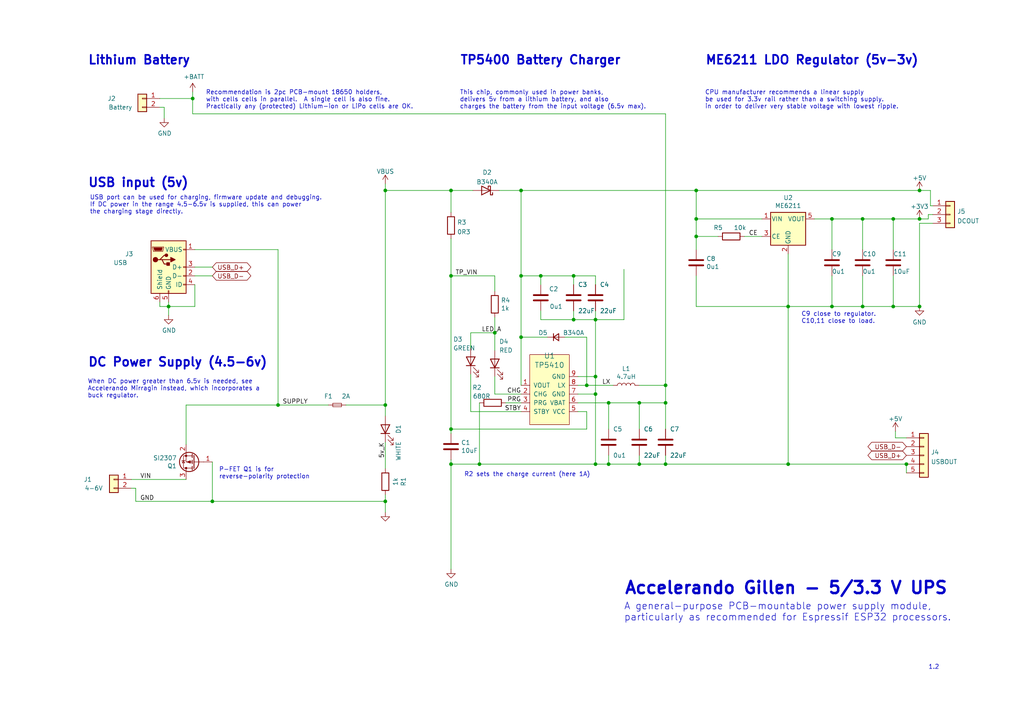
<source format=kicad_sch>
(kicad_sch (version 20211123) (generator eeschema)
  (paper "A4")
  (lib_symbols
    (symbol "+3V3_1" (power) (pin_names (offset 0))
      (property "Value" "+3V3_1" (at 0 3.556 0))
      (symbol "+3V3_1_0_1"
        (polyline (pts (xy -0.762 1.27) (xy 0 2.54)))
        (polyline (pts (xy 0 0) (xy 0 2.54)))
        (polyline (pts (xy 0 2.54) (xy 0.762 1.27)))
      )
      (symbol "+3V3_1_1_1"
        (pin power_in line (at 0 0 90) (length 0) hide (name "+3V3") (number "1"))
      )
    )
    (symbol "Accelerando:ME6211" (pin_names (offset 0.254))
      (property "Reference" "U" (at -5.08 5.715 0))
      (property "Value" "Accelerando_ME6211" (at 0 5.715 0))
      (symbol "ME6211_0_1"
        (rectangle (start -5.08 4.445) (end 5.08 -5.08) (stroke (width 0.254)) (fill (type background)))
      )
      (symbol "ME6211_1_1"
        (pin power_in line (at -7.62 2.54 0) (length 2.54) (name "VIN") (number "1"))
        (pin power_in line (at 0 -7.62 90) (length 2.54) (name "GND") (number "2"))
        (pin input line (at -7.62 -2.54 0) (length 2.54) (name "CE") (number "3"))
        (pin no_connect line (at 7.62 -2.54 180) (length 2.54) hide (name "NC") (number "4"))
        (pin power_out line (at 7.62 2.54 180) (length 2.54) (name "VOUT") (number "5"))
      )
    )
    (symbol "Accelerando:TP5410" (pin_names (offset 1.016))
      (property "Reference" "U" (at 2.54 10.16 0))
      (property "Value" "TP5410" (at 7.62 7.62 0))
      (symbol "TP5410_0_1"
        (rectangle (start 1.27 11.43) (end 12.7 -8.89) (fill (type background)))
      )
      (symbol "TP5410_1_1"
        (pin power_out line (at -1.27 2.54 0) (length 2.54) (name "VOUT") (number "1"))
        (pin input line (at -1.27 0 0) (length 2.54) (name "CHG") (number "2"))
        (pin input line (at -1.27 -2.54 0) (length 2.54) (name "PRG") (number "3"))
        (pin input line (at -1.27 -5.08 0) (length 2.54) (name "STBY") (number "4"))
        (pin power_in line (at 15.24 -5.08 180) (length 2.54) (name "VCC") (number "5"))
        (pin input line (at 15.24 -2.54 180) (length 2.54) (name "VBAT") (number "6"))
        (pin power_in line (at 15.24 0 180) (length 2.54) (name "GND") (number "7"))
        (pin input line (at 15.24 2.54 180) (length 2.54) (name "LX") (number "8"))
        (pin power_in line (at 15.24 5.08 180) (length 2.54) (name "GND") (number "9"))
      )
    )
    (symbol "Connector:USB_B_Micro" (pin_names (offset 1.016))
      (property "Reference" "J" (at -5.08 11.43 0))
      (property "Value" "Connector_USB_B_Micro" (at -5.08 8.89 0))
      (symbol "USB_B_Micro_0_1"
        (rectangle (start -5.08 -7.62) (end 5.08 7.62) (stroke (width 0.254)) (fill (type background)))
        (circle (center -3.81 2.159) (radius 0.635) (stroke (width 0.254)) (fill (type outline)))
        (circle (center -0.635 3.429) (radius 0.381) (stroke (width 0.254)) (fill (type outline)))
        (rectangle (start -0.127 -7.62) (end 0.127 -6.858))
        (polyline (pts (xy -1.905 2.159) (xy 0.635 2.159)) (stroke (width 0.254)))
        (polyline (pts (xy -3.175 2.159) (xy -2.54 2.159) (xy -1.27 3.429) (xy -0.635 3.429)) (stroke (width 0.254)))
        (polyline (pts (xy -2.54 2.159) (xy -1.905 2.159) (xy -1.27 0.889) (xy 0 0.889)) (stroke (width 0.254)))
        (polyline (pts (xy 0.635 2.794) (xy 0.635 1.524) (xy 1.905 2.159) (xy 0.635 2.794)) (stroke (width 0.254)) (fill (type outline)))
        (polyline (pts (xy -4.318 5.588) (xy -1.778 5.588) (xy -2.032 4.826) (xy -4.064 4.826) (xy -4.318 5.588)) (fill (type outline)))
        (polyline (pts (xy -4.699 5.842) (xy -4.699 5.588) (xy -4.445 4.826) (xy -4.445 4.572) (xy -1.651 4.572) (xy -1.651 4.826) (xy -1.397 5.588) (xy -1.397 5.842) (xy -4.699 5.842)))
        (rectangle (start 0.254 1.27) (end -0.508 0.508) (stroke (width 0.254)) (fill (type outline)))
        (rectangle (start 5.08 -5.207) (end 4.318 -4.953))
        (rectangle (start 5.08 -2.667) (end 4.318 -2.413))
        (rectangle (start 5.08 -0.127) (end 4.318 0.127))
        (rectangle (start 5.08 4.953) (end 4.318 5.207))
      )
      (symbol "USB_B_Micro_1_1"
        (pin power_out line (at 7.62 5.08 180) (length 2.54) (name "VBUS") (number "1"))
        (pin bidirectional line (at 7.62 -2.54 180) (length 2.54) (name "D-") (number "2"))
        (pin bidirectional line (at 7.62 0 180) (length 2.54) (name "D+") (number "3"))
        (pin passive line (at 7.62 -5.08 180) (length 2.54) (name "ID") (number "4"))
        (pin power_out line (at 0 -10.16 90) (length 2.54) (name "GND") (number "5"))
        (pin passive line (at -2.54 -10.16 90) (length 2.54) (name "Shield") (number "6"))
      )
    )
    (symbol "Connector_Generic:Conn_01x02" (pin_names (offset 1.016) hide)
      (property "Reference" "J" (at 0 2.54 0))
      (property "Value" "Conn_01x02" (at 0 -5.08 0))
      (symbol "Conn_01x02_1_1"
        (rectangle (start -1.27 -2.413) (end 0 -2.667) (stroke (width 0.1524)))
        (rectangle (start -1.27 0.127) (end 0 -0.127) (stroke (width 0.1524)))
        (rectangle (start -1.27 1.27) (end 1.27 -3.81) (stroke (width 0.254)) (fill (type background)))
        (pin passive line (at -5.08 0 0) (length 3.81) (name "Pin_1") (number "1"))
        (pin passive line (at -5.08 -2.54 0) (length 3.81) (name "Pin_2") (number "2"))
      )
    )
    (symbol "Connector_Generic:Conn_01x03" (pin_names (offset 1.016) hide)
      (property "Reference" "J" (at 0 5.08 0))
      (property "Value" "Conn_01x03" (at 0 -5.08 0))
      (symbol "Conn_01x03_1_1"
        (rectangle (start -1.27 -2.413) (end 0 -2.667) (stroke (width 0.1524)))
        (rectangle (start -1.27 0.127) (end 0 -0.127) (stroke (width 0.1524)))
        (rectangle (start -1.27 2.667) (end 0 2.413) (stroke (width 0.1524)))
        (rectangle (start -1.27 3.81) (end 1.27 -3.81) (stroke (width 0.254)) (fill (type background)))
        (pin passive line (at -5.08 2.54 0) (length 3.81) (name "Pin_1") (number "1"))
        (pin passive line (at -5.08 0 0) (length 3.81) (name "Pin_2") (number "2"))
        (pin passive line (at -5.08 -2.54 0) (length 3.81) (name "Pin_3") (number "3"))
      )
    )
    (symbol "Connector_Generic:Conn_01x05" (pin_names (offset 1.016) hide)
      (property "Reference" "J" (at 0 7.62 0))
      (property "Value" "Conn_01x05" (at 0 -7.62 0))
      (symbol "Conn_01x05_1_1"
        (rectangle (start -1.27 -4.953) (end 0 -5.207) (stroke (width 0.1524)))
        (rectangle (start -1.27 -2.413) (end 0 -2.667) (stroke (width 0.1524)))
        (rectangle (start -1.27 0.127) (end 0 -0.127) (stroke (width 0.1524)))
        (rectangle (start -1.27 2.667) (end 0 2.413) (stroke (width 0.1524)))
        (rectangle (start -1.27 5.207) (end 0 4.953) (stroke (width 0.1524)))
        (rectangle (start -1.27 6.35) (end 1.27 -6.35) (stroke (width 0.254)) (fill (type background)))
        (pin passive line (at -5.08 5.08 0) (length 3.81) (name "Pin_1") (number "1"))
        (pin passive line (at -5.08 2.54 0) (length 3.81) (name "Pin_2") (number "2"))
        (pin passive line (at -5.08 0 0) (length 3.81) (name "Pin_3") (number "3"))
        (pin passive line (at -5.08 -2.54 0) (length 3.81) (name "Pin_4") (number "4"))
        (pin passive line (at -5.08 -5.08 0) (length 3.81) (name "Pin_5") (number "5"))
      )
    )
    (symbol "Device:C" (pin_numbers hide) (pin_names (offset 0.254))
      (property "Reference" "C" (at 0.635 2.54 0))
      (property "Value" "Device_C" (at 0.635 -2.54 0))
      (symbol "C_0_1"
        (polyline (pts (xy -2.032 -0.762) (xy 2.032 -0.762)) (stroke (width 0.508)))
        (polyline (pts (xy -2.032 0.762) (xy 2.032 0.762)) (stroke (width 0.508)))
      )
      (symbol "C_1_1"
        (pin passive line (at 0 3.81 270) (length 2.794) (name "~") (number "1"))
        (pin passive line (at 0 -3.81 90) (length 2.794) (name "~") (number "2"))
      )
    )
    (symbol "Device:D_Schottky" (pin_numbers hide) (pin_names (offset 1.016) hide)
      (property "Reference" "D" (at 0 2.54 0))
      (property "Value" "D_Schottky" (at 0 -2.54 0))
      (symbol "D_Schottky_0_1"
        (polyline (pts (xy 1.27 0) (xy -1.27 0)))
        (polyline (pts (xy 1.27 1.27) (xy 1.27 -1.27) (xy -1.27 0) (xy 1.27 1.27)) (stroke (width 0.254)))
        (polyline (pts (xy -1.905 0.635) (xy -1.905 1.27) (xy -1.27 1.27) (xy -1.27 -1.27) (xy -0.635 -1.27) (xy -0.635 -0.635)) (stroke (width 0.254)))
      )
      (symbol "D_Schottky_1_1"
        (pin passive line (at -3.81 0 0) (length 2.54) (name "K") (number "1"))
        (pin passive line (at 3.81 0 180) (length 2.54) (name "A") (number "2"))
      )
    )
    (symbol "Device:D_Small" (pin_numbers hide) (pin_names (offset 0.254) hide)
      (property "Reference" "D" (at -1.27 2.032 0))
      (property "Value" "Device_D_Small" (at -3.81 -2.032 0))
      (symbol "D_Small_0_1"
        (polyline (pts (xy -0.762 -1.016) (xy -0.762 1.016)) (stroke (width 0.254)))
        (polyline (pts (xy -0.762 0) (xy 0.762 0)))
        (polyline (pts (xy 0.762 -1.016) (xy -0.762 0) (xy 0.762 1.016) (xy 0.762 -1.016)) (stroke (width 0.254)))
      )
      (symbol "D_Small_1_1"
        (pin passive line (at -2.54 0 0) (length 1.778) (name "K") (number "1"))
        (pin passive line (at 2.54 0 180) (length 1.778) (name "A") (number "2"))
      )
    )
    (symbol "Device:Fuse_Small" (pin_numbers hide) (pin_names (offset 0.254) hide)
      (property "Reference" "F" (at 0 -1.524 0))
      (property "Value" "Device_Fuse_Small" (at 0 1.524 0))
      (symbol "Fuse_Small_0_1"
        (rectangle (start -1.27 0.508) (end 1.27 -0.508))
        (polyline (pts (xy -1.27 0) (xy 1.27 0)))
      )
      (symbol "Fuse_Small_1_1"
        (pin passive line (at -2.54 0 0) (length 1.27) (name "~") (number "1"))
        (pin passive line (at 2.54 0 180) (length 1.27) (name "~") (number "2"))
      )
    )
    (symbol "Device:L" (pin_numbers hide) (pin_names (offset 1.016) hide)
      (property "Reference" "L" (at -1.27 0 90))
      (property "Value" "Device_L" (at 1.905 0 90))
      (symbol "L_0_1"
        (arc (start 0 -2.54) (mid 0.635 -1.905) (end 0 -1.27))
        (arc (start 0 -1.27) (mid 0.635 -0.635) (end 0 0))
        (arc (start 0 0) (mid 0.635 0.635) (end 0 1.27))
        (arc (start 0 1.27) (mid 0.635 1.905) (end 0 2.54))
      )
      (symbol "L_1_1"
        (pin passive line (at 0 3.81 270) (length 1.27) (name "1") (number "1"))
        (pin passive line (at 0 -3.81 90) (length 1.27) (name "2") (number "2"))
      )
    )
    (symbol "Device:LED" (pin_numbers hide) (pin_names (offset 1.016) hide)
      (property "Reference" "D" (at 0 2.54 0))
      (property "Value" "Device_LED" (at 0 -2.54 0))
      (symbol "LED_0_1"
        (polyline (pts (xy -1.27 -1.27) (xy -1.27 1.27)) (stroke (width 0.254)))
        (polyline (pts (xy -1.27 0) (xy 1.27 0)))
        (polyline (pts (xy 1.27 -1.27) (xy 1.27 1.27) (xy -1.27 0) (xy 1.27 -1.27)) (stroke (width 0.254)))
        (polyline (pts (xy -3.048 -0.762) (xy -4.572 -2.286) (xy -3.81 -2.286) (xy -4.572 -2.286) (xy -4.572 -1.524)))
        (polyline (pts (xy -1.778 -0.762) (xy -3.302 -2.286) (xy -2.54 -2.286) (xy -3.302 -2.286) (xy -3.302 -1.524)))
      )
      (symbol "LED_1_1"
        (pin passive line (at -3.81 0 0) (length 2.54) (name "K") (number "1"))
        (pin passive line (at 3.81 0 180) (length 2.54) (name "A") (number "2"))
      )
    )
    (symbol "Device:Q_PMOS_GSD" (pin_names (offset 0) hide)
      (property "Reference" "Q" (at 5.08 1.27 0))
      (property "Value" "Q_PMOS_GSD" (at 5.08 -1.27 0))
      (symbol "Q_PMOS_GSD_0_1"
        (polyline (pts (xy 0.254 0) (xy -2.54 0)))
        (polyline (pts (xy 0.254 1.905) (xy 0.254 -1.905)) (stroke (width 0.254)))
        (polyline (pts (xy 0.762 -1.27) (xy 0.762 -2.286)) (stroke (width 0.254)))
        (polyline (pts (xy 0.762 0.508) (xy 0.762 -0.508)) (stroke (width 0.254)))
        (polyline (pts (xy 0.762 2.286) (xy 0.762 1.27)) (stroke (width 0.254)))
        (polyline (pts (xy 2.54 2.54) (xy 2.54 1.778)))
        (polyline (pts (xy 2.54 -2.54) (xy 2.54 0) (xy 0.762 0)))
        (polyline (pts (xy 0.762 1.778) (xy 3.302 1.778) (xy 3.302 -1.778) (xy 0.762 -1.778)))
        (polyline (pts (xy 2.286 0) (xy 1.27 0.381) (xy 1.27 -0.381) (xy 2.286 0)) (fill (type outline)))
        (polyline (pts (xy 2.794 -0.508) (xy 2.921 -0.381) (xy 3.683 -0.381) (xy 3.81 -0.254)))
        (polyline (pts (xy 3.302 -0.381) (xy 2.921 0.254) (xy 3.683 0.254) (xy 3.302 -0.381)))
        (circle (center 1.651 0) (radius 2.794) (stroke (width 0.254)))
        (circle (center 2.54 -1.778) (radius 0.254) (fill (type outline)))
        (circle (center 2.54 1.778) (radius 0.254) (fill (type outline)))
      )
      (symbol "Q_PMOS_GSD_1_1"
        (pin input line (at -5.08 0 0) (length 2.54) (name "G") (number "1"))
        (pin passive line (at 2.54 -5.08 90) (length 2.54) (name "S") (number "2"))
        (pin passive line (at 2.54 5.08 270) (length 2.54) (name "D") (number "3"))
      )
    )
    (symbol "Device:R" (pin_numbers hide) (pin_names (offset 0))
      (property "Reference" "R" (at 2.032 0 90))
      (property "Value" "Device_R" (at 0 0 90))
      (symbol "R_0_1"
        (rectangle (start -1.016 -2.54) (end 1.016 2.54) (stroke (width 0.254)))
      )
      (symbol "R_1_1"
        (pin passive line (at 0 3.81 270) (length 1.27) (name "~") (number "1"))
        (pin passive line (at 0 -3.81 90) (length 1.27) (name "~") (number "2"))
      )
    )
    (symbol "GND_1" (power) (pin_names (offset 0))
      (property "Value" "GND_1" (at 0 -3.81 0))
      (symbol "GND_1_0_1"
        (polyline (pts (xy 0 0) (xy 0 -1.27) (xy 1.27 -1.27) (xy 0 -2.54) (xy -1.27 -1.27) (xy 0 -1.27)))
      )
      (symbol "GND_1_1_1"
        (pin power_in line (at 0 0 270) (length 0) hide (name "GND") (number "1"))
      )
    )
    (symbol "R_1" (pin_numbers hide) (pin_names (offset 0))
      (property "Reference" "R" (at 2.032 0 90))
      (property "Value" "R_1" (at 0 0 90))
      (symbol "R_1_0_1"
        (rectangle (start -1.016 -2.54) (end 1.016 2.54) (stroke (width 0.254)))
      )
      (symbol "R_1_1_1"
        (pin passive line (at 0 3.81 270) (length 1.27) (name "~") (number "1"))
        (pin passive line (at 0 -3.81 90) (length 1.27) (name "~") (number "2"))
      )
    )
    (symbol "power:+5V" (power) (pin_names (offset 0))
      (property "Value" "+5V" (at 0 3.556 0))
      (symbol "+5V_0_1"
        (polyline (pts (xy -0.762 1.27) (xy 0 2.54)))
        (polyline (pts (xy 0 0) (xy 0 2.54)))
        (polyline (pts (xy 0 2.54) (xy 0.762 1.27)))
      )
      (symbol "+5V_1_1"
        (pin power_in line (at 0 0 90) (length 0) hide (name "+5V") (number "1"))
      )
    )
    (symbol "power:+BATT" (power) (pin_names (offset 0))
      (property "Value" "power_+BATT" (at 0 3.556 0))
      (symbol "+BATT_0_1"
        (polyline (pts (xy -0.762 1.27) (xy 0 2.54)))
        (polyline (pts (xy 0 0) (xy 0 2.54)))
        (polyline (pts (xy 0 2.54) (xy 0.762 1.27)))
      )
      (symbol "+BATT_1_1"
        (pin power_in line (at 0 0 90) (length 0) hide (name "+BATT") (number "1"))
      )
    )
    (symbol "power:GND" (power) (pin_names (offset 0))
      (property "Value" "power_GND" (at 0 -3.81 0))
      (symbol "GND_0_1"
        (polyline (pts (xy 0 0) (xy 0 -1.27) (xy 1.27 -1.27) (xy 0 -2.54) (xy -1.27 -1.27) (xy 0 -1.27)))
      )
      (symbol "GND_1_1"
        (pin power_in line (at 0 0 270) (length 0) hide (name "GND") (number "1"))
      )
    )
    (symbol "power:VBUS" (power) (pin_names (offset 0))
      (property "Value" "VBUS" (at 0 3.81 0))
      (symbol "VBUS_0_1"
        (polyline (pts (xy -0.762 1.27) (xy 0 2.54)))
        (polyline (pts (xy 0 0) (xy 0 2.54)))
        (polyline (pts (xy 0 2.54) (xy 0.762 1.27)))
      )
      (symbol "VBUS_1_1"
        (pin power_in line (at 0 0 90) (length 0) hide (name "VBUS") (number "1"))
      )
    )
  )
  (junction (at 48.895 88.9))
  (junction (at 130.81 80.01))
  (junction (at 228.6 88.9))
  (junction (at 156.845 80.01))
  (junction (at 61.595 145.415))
  (junction (at 143.51 96.52))
  (junction (at 193.04 111.76))
  (junction (at 193.04 116.84))
  (junction (at 130.81 134.62))
  (junction (at 130.81 55.245))
  (junction (at 250.19 63.5))
  (junction (at 241.3 63.5))
  (junction (at 166.37 80.01))
  (junction (at 170.18 111.76))
  (junction (at 266.7 55.245))
  (junction (at 201.93 63.5))
  (junction (at 266.7 63.5))
  (junction (at 172.72 109.22))
  (junction (at 176.53 116.84))
  (junction (at 259.08 63.5))
  (junction (at 151.13 97.79))
  (junction (at 111.76 55.245))
  (junction (at 130.81 124.46))
  (junction (at 151.13 80.01))
  (junction (at 201.93 55.245))
  (junction (at 139.065 134.62))
  (junction (at 172.72 92.71))
  (junction (at 176.53 134.62))
  (junction (at 80.645 117.475))
  (junction (at 111.76 117.475))
  (junction (at 201.93 68.58))
  (junction (at 228.6 134.62))
  (junction (at 166.37 92.71))
  (junction (at 193.04 134.62))
  (junction (at 151.13 55.245))
  (junction (at 262.89 134.62))
  (junction (at 55.88 28.575))
  (junction (at 250.19 88.9))
  (junction (at 172.72 134.62))
  (junction (at 111.76 145.415))
  (junction (at 266.7 88.9))
  (junction (at 172.72 114.3))
  (junction (at 259.08 88.9))
  (junction (at 185.42 116.84))
  (junction (at 185.42 134.62))
  (junction (at 241.3 88.9))
  (wire (pts (xy 61.595 133.985) (xy 61.595 145.415)))
  (wire (pts (xy 46.355 88.9) (xy 48.895 88.9)))
  (wire (pts (xy 250.19 80.01) (xy 250.19 88.9)))
  (wire (pts (xy 156.845 82.55) (xy 156.845 80.01)))
  (wire (pts (xy 262.89 134.62) (xy 262.89 137.16)))
  (wire (pts (xy 143.51 84.455) (xy 143.51 80.01)))
  (wire (pts (xy 269.875 59.69) (xy 270.51 59.69)))
  (wire (pts (xy 266.7 55.245) (xy 269.875 55.245)))
  (wire (pts (xy 176.53 116.84) (xy 185.42 116.84)))
  (wire (pts (xy 176.53 124.46) (xy 176.53 116.84)))
  (wire (pts (xy 259.715 127) (xy 262.89 127)))
  (wire (pts (xy 201.93 80.01) (xy 201.93 88.9)))
  (wire (pts (xy 166.37 92.71) (xy 172.72 92.71)))
  (wire (pts (xy 48.895 88.9) (xy 48.895 91.44)))
  (wire (pts (xy 47.625 31.115) (xy 47.625 34.29)))
  (wire (pts (xy 176.53 134.62) (xy 172.72 134.62)))
  (wire (pts (xy 46.355 28.575) (xy 55.88 28.575)))
  (wire (pts (xy 269.875 55.245) (xy 269.875 59.69)))
  (wire (pts (xy 80.645 72.39) (xy 80.645 117.475)))
  (wire (pts (xy 185.42 111.76) (xy 193.04 111.76)))
  (wire (pts (xy 201.93 63.5) (xy 201.93 68.58)))
  (wire (pts (xy 266.7 63.5) (xy 269.24 63.5)))
  (wire (pts (xy 269.24 62.23) (xy 270.51 62.23)))
  (wire (pts (xy 166.37 80.01) (xy 172.72 80.01)))
  (wire (pts (xy 53.975 128.905) (xy 53.975 117.475)))
  (wire (pts (xy 241.3 88.9) (xy 228.6 88.9)))
  (wire (pts (xy 56.515 88.9) (xy 48.895 88.9)))
  (wire (pts (xy 111.76 117.475) (xy 111.76 120.65)))
  (wire (pts (xy 172.72 109.22) (xy 172.72 114.3)))
  (wire (pts (xy 53.975 117.475) (xy 80.645 117.475)))
  (wire (pts (xy 259.08 63.5) (xy 266.7 63.5)))
  (wire (pts (xy 130.81 134.62) (xy 139.065 134.62)))
  (wire (pts (xy 156.845 92.71) (xy 166.37 92.71)))
  (wire (pts (xy 166.37 90.17) (xy 166.37 92.71)))
  (wire (pts (xy 151.13 80.01) (xy 156.845 80.01)))
  (wire (pts (xy 156.845 80.01) (xy 166.37 80.01)))
  (wire (pts (xy 111.76 143.51) (xy 111.76 145.415)))
  (wire (pts (xy 136.525 108.585) (xy 136.525 119.38)))
  (wire (pts (xy 170.18 97.79) (xy 170.18 111.76)))
  (wire (pts (xy 130.81 55.245) (xy 137.16 55.245)))
  (wire (pts (xy 193.04 134.62) (xy 185.42 134.62)))
  (wire (pts (xy 259.08 88.9) (xy 250.19 88.9)))
  (wire (pts (xy 130.81 69.215) (xy 130.81 80.01)))
  (wire (pts (xy 151.13 111.76) (xy 151.13 97.79)))
  (wire (pts (xy 38.1 139.065) (xy 53.975 139.065)))
  (wire (pts (xy 111.76 55.245) (xy 130.81 55.245)))
  (wire (pts (xy 193.04 116.84) (xy 193.04 124.46)))
  (wire (pts (xy 201.93 88.9) (xy 228.6 88.9)))
  (wire (pts (xy 193.04 33.02) (xy 193.04 111.76)))
  (wire (pts (xy 259.715 125.095) (xy 259.715 127)))
  (wire (pts (xy 139.065 134.62) (xy 172.72 134.62)))
  (wire (pts (xy 143.51 92.075) (xy 143.51 96.52)))
  (wire (pts (xy 61.595 80.01) (xy 56.515 80.01)))
  (wire (pts (xy 259.08 72.39) (xy 259.08 63.5)))
  (wire (pts (xy 180.975 78.105) (xy 180.975 92.71)))
  (wire (pts (xy 167.64 116.84) (xy 176.53 116.84)))
  (wire (pts (xy 151.13 55.245) (xy 201.93 55.245)))
  (wire (pts (xy 163.83 97.79) (xy 170.18 97.79)))
  (wire (pts (xy 185.42 132.08) (xy 185.42 134.62)))
  (wire (pts (xy 167.64 109.22) (xy 172.72 109.22)))
  (wire (pts (xy 185.42 134.62) (xy 176.53 134.62)))
  (wire (pts (xy 185.42 116.84) (xy 193.04 116.84)))
  (wire (pts (xy 111.76 55.245) (xy 111.76 53.34)))
  (wire (pts (xy 170.18 119.38) (xy 170.18 124.46)))
  (wire (pts (xy 139.065 116.84) (xy 139.065 134.62)))
  (wire (pts (xy 172.72 92.71) (xy 172.72 109.22)))
  (wire (pts (xy 151.13 80.01) (xy 151.13 97.79)))
  (wire (pts (xy 130.81 134.62) (xy 130.81 165.1)))
  (wire (pts (xy 167.64 111.76) (xy 170.18 111.76)))
  (wire (pts (xy 143.51 114.3) (xy 151.13 114.3)))
  (wire (pts (xy 180.975 92.71) (xy 172.72 92.71)))
  (wire (pts (xy 55.88 33.02) (xy 55.88 28.575)))
  (wire (pts (xy 61.595 145.415) (xy 111.76 145.415)))
  (wire (pts (xy 193.04 134.62) (xy 228.6 134.62)))
  (wire (pts (xy 208.28 68.58) (xy 201.93 68.58)))
  (wire (pts (xy 201.93 68.58) (xy 201.93 72.39)))
  (wire (pts (xy 172.72 90.17) (xy 172.72 92.71)))
  (wire (pts (xy 136.525 96.52) (xy 143.51 96.52)))
  (wire (pts (xy 241.3 72.39) (xy 241.3 63.5)))
  (wire (pts (xy 228.6 134.62) (xy 262.89 134.62)))
  (wire (pts (xy 39.37 145.415) (xy 61.595 145.415)))
  (wire (pts (xy 130.81 55.245) (xy 130.81 61.595)))
  (wire (pts (xy 46.355 87.63) (xy 46.355 88.9)))
  (wire (pts (xy 172.72 82.55) (xy 172.72 80.01)))
  (wire (pts (xy 193.04 132.08) (xy 193.04 134.62)))
  (wire (pts (xy 158.75 97.79) (xy 151.13 97.79)))
  (wire (pts (xy 241.3 63.5) (xy 236.22 63.5)))
  (wire (pts (xy 143.51 80.01) (xy 130.81 80.01)))
  (wire (pts (xy 61.595 77.47) (xy 56.515 77.47)))
  (wire (pts (xy 170.18 119.38) (xy 167.64 119.38)))
  (wire (pts (xy 241.3 63.5) (xy 250.19 63.5)))
  (wire (pts (xy 166.37 80.01) (xy 166.37 82.55)))
  (wire (pts (xy 176.53 132.08) (xy 176.53 134.62)))
  (wire (pts (xy 172.72 114.3) (xy 172.72 134.62)))
  (wire (pts (xy 56.515 72.39) (xy 80.645 72.39)))
  (wire (pts (xy 151.13 55.245) (xy 151.13 80.01)))
  (wire (pts (xy 56.515 82.55) (xy 56.515 88.9)))
  (wire (pts (xy 269.24 63.5) (xy 269.24 62.23)))
  (wire (pts (xy 266.7 64.77) (xy 270.51 64.77)))
  (wire (pts (xy 144.78 55.245) (xy 151.13 55.245)))
  (wire (pts (xy 48.895 87.63) (xy 48.895 88.9)))
  (wire (pts (xy 228.6 88.9) (xy 228.6 134.62)))
  (wire (pts (xy 80.645 117.475) (xy 95.25 117.475)))
  (wire (pts (xy 170.18 111.76) (xy 177.8 111.76)))
  (wire (pts (xy 130.81 125.73) (xy 130.81 124.46)))
  (wire (pts (xy 111.76 145.415) (xy 111.76 148.59)))
  (wire (pts (xy 250.19 88.9) (xy 241.3 88.9)))
  (wire (pts (xy 193.04 111.76) (xy 193.04 116.84)))
  (wire (pts (xy 266.7 88.9) (xy 266.7 64.77)))
  (wire (pts (xy 259.08 80.01) (xy 259.08 88.9)))
  (wire (pts (xy 228.6 73.66) (xy 228.6 88.9)))
  (wire (pts (xy 201.93 63.5) (xy 220.98 63.5)))
  (wire (pts (xy 146.685 116.84) (xy 151.13 116.84)))
  (wire (pts (xy 38.1 141.605) (xy 39.37 141.605)))
  (wire (pts (xy 130.81 124.46) (xy 170.18 124.46)))
  (wire (pts (xy 143.51 109.22) (xy 143.51 114.3)))
  (wire (pts (xy 250.19 72.39) (xy 250.19 63.5)))
  (wire (pts (xy 266.7 55.245) (xy 201.93 55.245)))
  (wire (pts (xy 185.42 124.46) (xy 185.42 116.84)))
  (wire (pts (xy 136.525 100.965) (xy 136.525 96.52)))
  (wire (pts (xy 143.51 96.52) (xy 143.51 101.6)))
  (wire (pts (xy 111.76 55.245) (xy 111.76 117.475)))
  (wire (pts (xy 201.93 55.245) (xy 201.93 63.5)))
  (wire (pts (xy 266.7 88.9) (xy 259.08 88.9)))
  (wire (pts (xy 156.845 90.17) (xy 156.845 92.71)))
  (wire (pts (xy 55.88 28.575) (xy 55.88 26.67)))
  (wire (pts (xy 100.33 117.475) (xy 111.76 117.475)))
  (wire (pts (xy 136.525 119.38) (xy 151.13 119.38)))
  (wire (pts (xy 215.9 68.58) (xy 220.98 68.58)))
  (wire (pts (xy 250.19 63.5) (xy 259.08 63.5)))
  (wire (pts (xy 55.88 33.02) (xy 193.04 33.02)))
  (wire (pts (xy 111.76 128.27) (xy 111.76 135.89)))
  (wire (pts (xy 39.37 141.605) (xy 39.37 145.415)))
  (wire (pts (xy 46.355 31.115) (xy 47.625 31.115)))
  (wire (pts (xy 241.3 80.01) (xy 241.3 88.9)))
  (wire (pts (xy 130.81 133.35) (xy 130.81 134.62)))
  (wire (pts (xy 130.81 80.01) (xy 130.81 124.46)))
  (wire (pts (xy 167.64 114.3) (xy 172.72 114.3)))
  (text "R2 sets the charge current (here 1A)\n" (at 134.62 138.43 0) (effects (font (size 1.27 1.27)) (justify left bottom)))
  (text "DC Power Supply (4.5-6v)" (at 25.4 106.68 0) (effects (font (size 2.54 2.54) (thickness 0.508) bold) (justify left bottom)))
  (text "USB input (5v)" (at 25.4 54.61 0) (effects (font (size 2.54 2.54) (thickness 0.508) bold) (justify left bottom)))
  (text "USB port can be used for charging, firmware update and debugging.\nIf DC power in the range 4.5-6.5v is supplied, this can power\nthe charging stage directly." (at 26.035 62.23 0) (effects (font (size 1.27 1.27)) (justify left bottom)))
  (text "P-FET Q1 is for \nreverse-polarity protection" (at 63.5 139.065 0) (effects (font (size 1.27 1.27)) (justify left bottom)))
  (text "CPU manufacturer recommends a linear supply\nbe used for 3.3v rail rather than a switching supply.\nin order to deliver very stable voltage with lowest ripple.\n" (at 204.47 31.75 0) (effects (font (size 1.27 1.27)) (justify left bottom)))
  (text "TP5400 Battery Charger" (at 133.35 19.05 0) (effects (font (size 2.54 2.54) (thickness 0.508) bold) (justify left bottom)))
  (text "When DC power greater than 6.5v is needed, see\nAccelerando Mirragin instead, which incorporates a \nbuck regulator." (at 25.4 115.57 0) (effects (font (size 1.27 1.27)) (justify left bottom)))
  (text "Lithium Battery" (at 25.4 19.05 0) (effects (font (size 2.54 2.54) (thickness 0.508) bold) (justify left bottom)))
  (text "This chip, commonly used in power banks, \ndelivers 5v from a lithium battery, and also\ncharges the battery from the input voltage (6.5v max)." (at 133.35 31.75 0) (effects (font (size 1.27 1.27)) (justify left bottom)))
  (text "Recommendation is 2pc PCB-mount 18650 holders,\nwith cells cells in parallel.  A single cell is also fine.\nPractically any (protected) Lithium-ion or LiPo cells are OK." (at 59.69 31.75 0) (effects (font (size 1.27 1.27)) (justify left bottom)))
  (text "Accelerando Gillen - 5/3.3 V UPS\n" (at 180.975 172.72 0) (effects (font (size 3.5 3.5) (thickness 0.7) bold) (justify left bottom)))
  (text "Errata\n1v0 - micro USB pins were reversed\n1v1 - usb d-/d+ reversed on output header silkscreen" (at 300.99 170.18 0) (effects (font (size 1.27 1.27)) (justify left bottom)))
  (text "1.2" (at 269.24 194.31 0) (effects (font (size 1.27 1.27)) (justify left bottom)))
  (text "C9 close to regulator.\nC10,11 close to load." (at 232.41 93.98 0) (effects (font (size 1.27 1.27)) (justify left bottom)))
  (text "A general-purpose PCB-mountable power supply module,\nparticularly as recommended for Espressif ESP32 processors." (at 180.975 180.34 0) (effects (font (size 2 2)) (justify left bottom)))
  (text "ME6211 LDO Regulator (5v-3v)" (at 204.47 19.05 0) (effects (font (size 2.54 2.54) (thickness 0.508) bold) (justify left bottom)))
  (label "VIN" (at 40.64 139.065 0))
  (label "LX" (at 174.625 111.76 0))
  (label "STBY" (at 151.13 119.38 180))
  (label "CE" (at 217.17 68.58 0))
  (label "5v_K" (at 111.76 128.27 270))
  (label "SUPPLY" (at 81.915 117.475 0))
  (label "LED_A" (at 139.7 96.52 0))
  (label "TP_VIN" (at 132.08 80.01 0))
  (label "GND" (at 40.64 145.415 0))
  (label "CHG" (at 151.13 114.3 180))
  (label "PRG" (at 151.13 116.84 180))
  (global_label "USB_D+" (shape bidirectional) (at 262.89 132.08 180) (property "Intersheet References" "${INTERSHEET_REFS}" (effects hide)))
  (global_label "USB_D-" (shape bidirectional) (at 262.89 129.54 180) (property "Intersheet References" "${INTERSHEET_REFS}" (effects hide)))
  (global_label "USB_D-" (shape bidirectional) (at 61.595 80.01 0) (property "Intersheet References" "${INTERSHEET_REFS}" (effects hide)))
  (global_label "USB_D+" (shape bidirectional) (at 61.595 77.47 0) (property "Intersheet References" "${INTERSHEET_REFS}" (effects hide)))
  (symbol (lib_id "Connector_Generic:Conn_01x02") (at 33.02 139.065 0) (mirror y) (unit 1)
    (property "Reference" "J1" (at 26.67 139.065 0) (effects (justify left)))
    (property "Value" "4-6V" (at 29.845 141.605 0) (effects (justify left)))
    (property "Footprint" "Accelerando:Castellated_PinHeader_1x02_P2.54mm" (effects hide))
  )
  (symbol (lib_id "power:GND") (at 130.81 165.1 0) (unit 1)
    (property "Reference" "#PWR06" (effects hide))
    (property "Value" "GND" (at 130.937 169.4942 0))
  )
  (symbol (lib_id "Device:LED") (at 111.76 124.46 90) (unit 1)
    (property "Reference" "D1" (at 115.57 124.46 0))
    (property "Value" "WHITE" (at 115.57 130.81 0))
    (property "Footprint" "LED_SMD:LED_0603_1608Metric" (effects hide))
  )
  (symbol (lib_id "Device:R") (at 111.76 139.7 180) (unit 1)
    (property "Reference" "R1" (at 117.0178 139.7 90))
    (property "Value" "1k" (at 114.7064 139.7 90))
    (property "Footprint" "Resistor_SMD:R_0603_1608Metric" (effects hide))
  )
  (symbol (lib_id "Device:Q_PMOS_GSD") (at 56.515 133.985 180) (unit 1)
    (property "Reference" "Q1" (at 51.2826 135.1534 0) (effects (justify left)))
    (property "Value" "SI2307" (at 51.2826 132.842 0) (effects (justify left)))
    (property "Footprint" "Package_TO_SOT_SMD:SOT-23" (effects hide))
  )
  (symbol (lib_id "power:GND") (at 111.76 148.59 0) (unit 1)
    (property "Reference" "#PWR05" (effects hide))
    (property "Value" "GND" (effects hide))
  )
  (symbol (lib_id "Accelerando:ME6211") (at 228.6 66.04 0) (unit 1)
    (property "Reference" "U2" (at 228.6 57.3532 0))
    (property "Value" "ME6211" (at 228.6 59.6646 0))
    (property "Footprint" "Package_TO_SOT_SMD:SOT-23-5" (effects hide))
  )
  (symbol (lib_id "Device:LED") (at 143.51 105.41 90) (unit 1)
    (property "Reference" "D4" (at 144.78 99.06 90) (effects (justify right)))
    (property "Value" "RED" (at 144.78 101.6 90) (effects (justify right)))
    (property "Footprint" "LED_SMD:LED_0603_1608Metric" (effects hide))
  )
  (symbol (lib_id "Device:R") (at 143.51 88.265 0) (unit 1)
    (property "Reference" "R4" (at 145.288 87.0966 0) (effects (justify left)))
    (property "Value" "1k" (at 145.288 89.408 0) (effects (justify left)))
    (property "Footprint" "Resistor_SMD:R_0603_1608Metric" (effects hide))
  )
  (symbol (lib_id "Device:R") (at 142.875 116.84 90) (unit 1)
    (property "Reference" "R2" (at 139.7 112.395 90) (effects (justify left)))
    (property "Value" "680R" (at 142.24 114.935 90) (effects (justify left)))
    (property "Footprint" "Resistor_SMD:R_0603_1608Metric" (effects hide))
  )
  (symbol (lib_id "power:+BATT") (at 55.88 26.67 0) (unit 1)
    (property "Reference" "#PWR03" (effects hide))
    (property "Value" "+BATT" (at 56.261 22.2758 0))
  )
  (symbol (lib_id "Device:C") (at 130.81 129.54 0) (unit 1)
    (property "Reference" "C1" (at 133.731 128.3716 0) (effects (justify left)))
    (property "Value" "10uF" (at 133.731 130.683 0) (effects (justify left)))
    (property "Footprint" "Capacitor_SMD:C_0805_2012Metric" (effects hide))
  )
  (symbol (lib_id "Device:C") (at 193.04 128.27 0) (unit 1)
    (property "Reference" "C7" (at 194.31 124.46 0) (effects (justify left)))
    (property "Value" "22uF" (at 194.31 132.08 0) (effects (justify left)))
    (property "Footprint" "Capacitor_SMD:C_0805_2012Metric" (effects hide))
  )
  (symbol (lib_id "Device:C") (at 201.93 76.2 0) (unit 1)
    (property "Reference" "C8" (at 204.851 75.0316 0) (effects (justify left)))
    (property "Value" "0u1" (at 204.851 77.343 0) (effects (justify left)))
    (property "Footprint" "Capacitor_SMD:C_0603_1608Metric" (effects hide))
  )
  (symbol (lib_id "Device:R") (at 212.09 68.58 270) (unit 1)
    (property "Reference" "R5" (at 208.28 66.04 90))
    (property "Value" "10k" (at 214.63 66.04 90))
    (property "Footprint" "Resistor_SMD:R_0603_1608Metric" (effects hide))
  )
  (symbol (lib_id "Device:C") (at 241.3 76.2 0) (unit 1)
    (property "Reference" "C9" (at 241.3 73.66 0) (effects (justify left)))
    (property "Value" "0u1" (at 241.3 78.74 0) (effects (justify left)))
    (property "Footprint" "Capacitor_SMD:C_0603_1608Metric" (effects hide))
  )
  (symbol (lib_id "power:GND") (at 47.625 34.29 0) (unit 1)
    (property "Reference" "#PWR01" (effects hide))
    (property "Value" "GND" (at 47.752 38.6842 0))
  )
  (symbol (lib_id "Connector:USB_B_Micro") (at 48.895 77.47 0) (unit 1)
    (property "Reference" "J3" (at 37.465 73.66 0))
    (property "Value" "USB" (at 34.925 76.2 0))
    (property "Footprint" "Accelerando:USB_Micro_SMD" (effects hide))
  )
  (symbol (lib_id "power:GND") (at 48.895 91.44 0) (unit 1)
    (property "Reference" "#PWR02" (effects hide))
    (property "Value" "GND" (at 49.022 95.8342 0))
  )
  (symbol (lib_id "Accelerando:TP5410") (at 152.4 114.3 0) (unit 1)
    (property "Reference" "U1" (at 159.385 103.2002 0) (effects (font (size 1.524 1.524))))
    (property "Value" "TP5410" (at 159.385 105.8926 0) (effects (font (size 1.524 1.524))))
    (property "Footprint" "Package_SO:SOIC-8-1EP_3.9x4.9mm_P1.27mm_EP2.29x3mm" (effects hide))
  )
  (symbol (lib_id "Device:LED") (at 136.525 104.775 90) (unit 1)
    (property "Reference" "D3" (at 131.445 98.425 90) (effects (justify right)))
    (property "Value" "GREEN" (at 131.445 100.965 90) (effects (justify right)))
    (property "Footprint" "LED_SMD:LED_0603_1608Metric" (effects hide))
  )
  (symbol (lib_id "Device:L") (at 181.61 111.76 90) (unit 1)
    (property "Reference" "L1" (at 181.61 106.934 90))
    (property "Value" "4.7uH" (at 181.61 109.2454 90))
    (property "Footprint" "Inductor_SMD:L_6.3x6.3_H3" (effects hide))
  )
  (symbol (lib_id "Device:D_Small") (at 161.29 97.79 0) (unit 1)
    (property "Reference" "D5" (at 157.48 96.52 0))
    (property "Value" "B340A" (at 166.37 96.52 0))
    (property "Footprint" "Diode_SMD:D_SMB" (effects hide))
  )
  (symbol (lib_id "Device:C") (at 185.42 128.27 0) (unit 1)
    (property "Reference" "C6" (at 186.69 124.46 0) (effects (justify left)))
    (property "Value" "22uF" (at 186.69 132.08 0) (effects (justify left)))
    (property "Footprint" "Capacitor_SMD:C_0805_2012Metric" (effects hide))
  )
  (symbol (lib_id "Device:C") (at 176.53 128.27 0) (unit 1)
    (property "Reference" "C5" (at 177.8 124.46 0) (effects (justify left)))
    (property "Value" "0u1" (at 177.8 132.08 0) (effects (justify left)))
    (property "Footprint" "Capacitor_SMD:C_0603_1608Metric" (effects hide))
  )
  (symbol (lib_id "Device:C") (at 156.845 86.36 180) (unit 1)
    (property "Reference" "C2" (at 161.925 83.82 0) (effects (justify left)))
    (property "Value" "0u1" (at 163.195 88.9 0) (effects (justify left)))
    (property "Footprint" "Capacitor_SMD:C_0603_1608Metric" (effects hide))
  )
  (symbol (lib_id "Device:C") (at 250.19 76.2 0) (unit 1)
    (property "Reference" "C10" (at 250.19 73.66 0) (effects (justify left)))
    (property "Value" "0u1" (at 250.19 78.74 0) (effects (justify left)))
    (property "Footprint" "Capacitor_SMD:C_0603_1608Metric" (effects hide))
  )
  (symbol (lib_id "Device:C") (at 259.08 76.2 0) (unit 1)
    (property "Reference" "C11" (at 259.08 73.66 0) (effects (justify left)))
    (property "Value" "10uF" (at 259.08 78.74 0) (effects (justify left)))
    (property "Footprint" "Capacitor_SMD:C_0805_2012Metric" (effects hide))
  )
  (symbol (lib_id "Connector_Generic:Conn_01x02") (at 41.275 28.575 0) (mirror y) (unit 1)
    (property "Reference" "J2" (at 32.385 28.575 0))
    (property "Value" "Battery" (at 34.925 31.115 0))
    (property "Footprint" "Accelerando:Castellated_PinHeader_1x02_P2.54mm" (effects hide))
  )
  (symbol (lib_id "Connector_Generic:Conn_01x05") (at 267.97 132.08 0) (unit 1)
    (property "Reference" "J4" (at 270.002 131.1715 0) (effects (justify left)))
    (property "Value" "USBOUT" (at 270.002 133.9466 0) (effects (justify left)))
    (property "Footprint" "Accelerando:Castellated_PinHeader_1x05_P2.54mm" (effects hide))
  )
  (symbol (lib_name "R_1") (lib_id "Device:R") (at 130.81 65.405 180) (unit 1)
    (property "Reference" "R3" (at 132.588 64.4965 0) (effects (justify right)))
    (property "Value" "0R3" (at 132.588 67.2716 0) (effects (justify right)))
    (property "Footprint" "Resistor_SMD:R_1206_3216Metric" (effects hide))
  )
  (symbol (lib_id "power:+5V") (at 259.715 125.095 0) (unit 1)
    (property "Reference" "#PWR07" (effects hide))
    (property "Value" "+5V" (at 259.715 121.4905 0))
  )
  (symbol (lib_id "Device:C") (at 172.72 86.36 0) (unit 1)
    (property "Reference" "C4" (at 173.99 82.55 0) (effects (justify left)))
    (property "Value" "22uF" (at 173.99 90.17 0) (effects (justify left)))
    (property "Footprint" "Capacitor_SMD:C_0805_2012Metric" (effects hide))
  )
  (symbol (lib_id "Device:D_Schottky") (at 140.97 55.245 180) (unit 1)
    (property "Reference" "D2" (at 141.2875 50.0085 0))
    (property "Value" "B340A" (at 141.2875 52.7836 0))
    (property "Footprint" "Diode_SMD:D_SMA" (effects hide))
  )
  (symbol (lib_name "+3V3_1") (lib_id "power:+3V3") (at 266.7 63.5 0) (unit 1)
    (property "Reference" "#PWR09" (effects hide))
    (property "Value" "+3V3" (at 266.7 59.8955 0))
  )
  (symbol (lib_id "power:+5V") (at 266.7 55.245 0) (unit 1)
    (property "Reference" "#PWR08" (effects hide))
    (property "Value" "+5V" (at 266.7 51.6405 0))
  )
  (symbol (lib_name "GND_1") (lib_id "power:GND") (at 266.7 88.9 0) (unit 1)
    (property "Reference" "#PWR010" (effects hide))
    (property "Value" "GND" (at 266.7 93.4625 0))
  )
  (symbol (lib_id "Connector_Generic:Conn_01x03") (at 275.59 62.23 0) (unit 1)
    (property "Reference" "J5" (at 277.622 61.3215 0) (effects (justify left)))
    (property "Value" "DCOUT" (at 277.622 64.0966 0) (effects (justify left)))
    (property "Footprint" "Accelerando:Castellated_PinHeader_1x03_P2.54mm" (effects hide))
  )
  (symbol (lib_id "Device:Fuse_Small") (at 97.79 117.475 0) (unit 1)
    (property "Reference" "F1" (at 95.25 114.935 0))
    (property "Value" "2A" (at 100.33 114.935 0))
    (property "Footprint" "Inductor_SMD:L_1206_3216Metric" (effects hide))
  )
  (symbol (lib_id "Device:C") (at 166.37 86.36 0) (unit 1)
    (property "Reference" "C3" (at 167.64 82.55 0) (effects (justify left)))
    (property "Value" "22uF" (at 167.64 90.17 0) (effects (justify left)))
    (property "Footprint" "Capacitor_SMD:C_0805_2012Metric" (effects hide))
  )
  (symbol (lib_id "power:VBUS") (at 111.76 53.34 0) (unit 1)
    (property "Reference" "#PWR04" (effects hide))
    (property "Value" "VBUS" (at 111.76 49.7355 0))
  )
)
</source>
